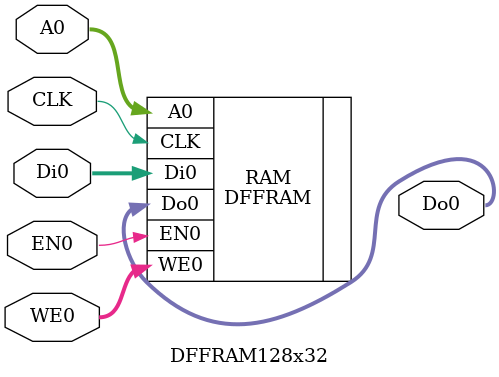
<source format=v>
/*
 * DFFRAM128x32.v
 *
 * A 128x32 DFFRAM (512 bytes)
 *
 * This is free software: you can redistribute it and/or modify
 * it under the terms of the Apache License, Version 2.0 (the "License").
 *
 * DFFRAM is distributed in the hope that it will be useful,
 * but WITHOUT ANY WARRANTY; without even the implied warranty of
 * MERCHANTABILITY or FITNESS FOR A PARTICULAR PURPOSE. See the
 * Apache License, Version 2.0 for more details.
 *
 * You should have received a copy of the Apache License, Version 2.0
 * along with DFFRAM. If not, see <https://www.apache.org/licenses/LICENSE-2.0>.
 *
 * For further information, please visit .
 *
 */
 
`timescale 1ns/1ps

`default_nettype        none
 
 module DFFRAM128x32  (
	input   wire            CLK,  
    input   wire [3:0]      WE0,  
    input                   EN0,  
    input   wire [6:0]      A0,   
    input   wire [31:0]     Di0,  
    output  wire [31:0]     Do0
);

    DFFRAM  #( .USE_LATCH(1), .WSIZE(4), .BANKS(8) ) RAM (
	    .CLK(CLK),  
        .WE0(WE0),  
        .EN0(EN0),  
        .A0(A0),   
        .Di0(Di0),  
        .Do0(Do0)
    );

endmodule
</source>
